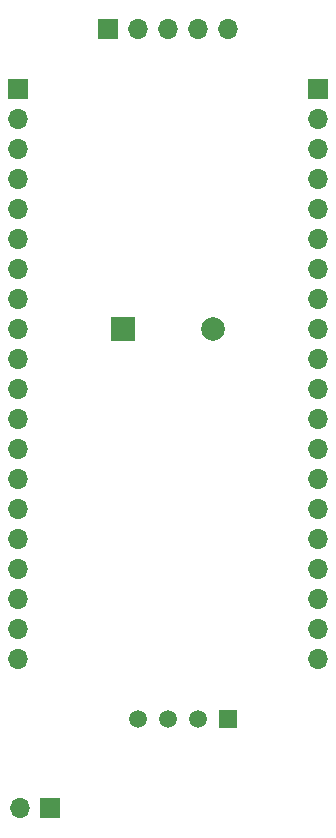
<source format=gbr>
%TF.GenerationSoftware,KiCad,Pcbnew,(6.0.4)*%
%TF.CreationDate,2022-08-23T00:57:11+02:00*%
%TF.ProjectId,MinimistCMZ,4d696e69-6d69-4737-9443-4d5a2e6b6963,rev?*%
%TF.SameCoordinates,Original*%
%TF.FileFunction,Soldermask,Bot*%
%TF.FilePolarity,Negative*%
%FSLAX46Y46*%
G04 Gerber Fmt 4.6, Leading zero omitted, Abs format (unit mm)*
G04 Created by KiCad (PCBNEW (6.0.4)) date 2022-08-23 00:57:11*
%MOMM*%
%LPD*%
G01*
G04 APERTURE LIST*
%ADD10R,1.500000X1.500000*%
%ADD11C,1.500000*%
%ADD12R,1.700000X1.700000*%
%ADD13O,1.700000X1.700000*%
%ADD14R,2.000000X2.000000*%
%ADD15C,2.000000*%
G04 APERTURE END LIST*
D10*
%TO.C,U1*%
X149860000Y-129540000D03*
D11*
X147320000Y-129540000D03*
X144780000Y-129540000D03*
X142240000Y-129540000D03*
%TD*%
D12*
%TO.C,J4*%
X134747000Y-137033000D03*
D13*
X132207000Y-137033000D03*
%TD*%
%TO.C,J3*%
X157480000Y-124460000D03*
X157480000Y-121920000D03*
X157480000Y-119380000D03*
X157480000Y-116840000D03*
X157480000Y-114300000D03*
X157480000Y-111760000D03*
X157480000Y-109220000D03*
X157480000Y-106680000D03*
X157480000Y-104140000D03*
X157480000Y-101600000D03*
X157480000Y-99060000D03*
X157480000Y-96520000D03*
X157480000Y-93980000D03*
X157480000Y-91440000D03*
X157480000Y-88900000D03*
X157480000Y-86360000D03*
X157480000Y-83820000D03*
X157480000Y-81280000D03*
X157480000Y-78740000D03*
D12*
X157480000Y-76200000D03*
%TD*%
D13*
%TO.C,J2*%
X149890000Y-71120000D03*
X147350000Y-71120000D03*
X144810000Y-71120000D03*
X142270000Y-71120000D03*
D12*
X139730000Y-71120000D03*
%TD*%
%TO.C,J1*%
X132080000Y-76200000D03*
D13*
X132080000Y-78740000D03*
X132080000Y-81280000D03*
X132080000Y-83820000D03*
X132080000Y-86360000D03*
X132080000Y-88900000D03*
X132080000Y-91440000D03*
X132080000Y-93980000D03*
X132080000Y-96520000D03*
X132080000Y-99060000D03*
X132080000Y-101600000D03*
X132080000Y-104140000D03*
X132080000Y-106680000D03*
X132080000Y-109220000D03*
X132080000Y-111760000D03*
X132080000Y-114300000D03*
X132080000Y-116840000D03*
X132080000Y-119380000D03*
X132080000Y-121920000D03*
X132080000Y-124460000D03*
%TD*%
D14*
%TO.C,BZ1*%
X140980000Y-96520000D03*
D15*
X148580000Y-96520000D03*
%TD*%
M02*

</source>
